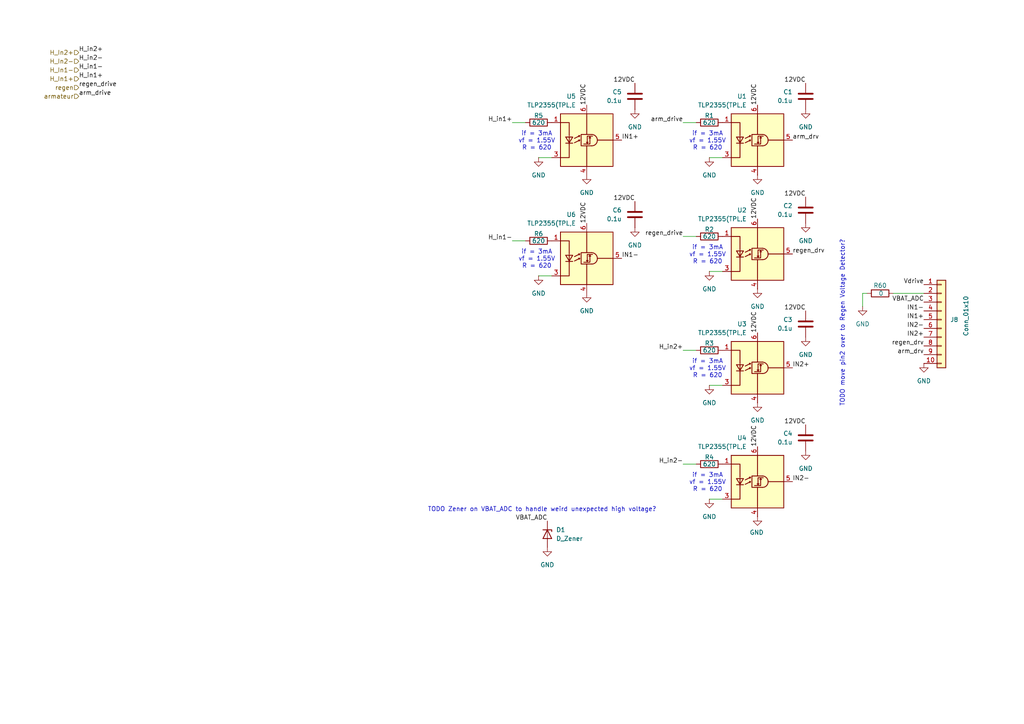
<source format=kicad_sch>
(kicad_sch (version 20250114) (generator "eeschema") (generator_version "9.0")
  (paper "A4")
  (lib_symbols
    (symbol "Connector_Generic:Conn_01x10" (pin_names (offset 1.016) (hide yes))
      (property "Reference" "J" (at 0 12.7 0))
      (property "Value" "Conn_01x10" (at 0 -15.24 0))
      (symbol "Conn_01x10_1_1"
        (rectangle (start -1.27 11.43) (end 1.27 -13.97) (stroke (width 0.254)) (fill (type background)))
        (rectangle (start -1.27 10.287) (end 0 10.033) (stroke (width 0.1524)))
        (rectangle (start -1.27 7.747) (end 0 7.493) (stroke (width 0.1524)))
        (rectangle (start -1.27 5.207) (end 0 4.953) (stroke (width 0.1524)))
        (rectangle (start -1.27 2.667) (end 0 2.413) (stroke (width 0.1524)))
        (rectangle (start -1.27 0.127) (end 0 -0.127) (stroke (width 0.1524)))
        (rectangle (start -1.27 -2.413) (end 0 -2.667) (stroke (width 0.1524)))
        (rectangle (start -1.27 -4.953) (end 0 -5.207) (stroke (width 0.1524)))
        (rectangle (start -1.27 -7.493) (end 0 -7.747) (stroke (width 0.1524)))
        (rectangle (start -1.27 -10.033) (end 0 -10.287) (stroke (width 0.1524)))
        (rectangle (start -1.27 -12.573) (end 0 -12.827) (stroke (width 0.1524)))
        (pin passive line (at -5.08 10.16 0) (length 3.81) (name "Pin_1") (number "1"))
        (pin passive line (at -5.08 7.62 0) (length 3.81) (name "Pin_2") (number "2"))
        (pin passive line (at -5.08 5.08 0) (length 3.81) (name "Pin_3") (number "3"))
        (pin passive line (at -5.08 2.54 0) (length 3.81) (name "Pin_4") (number "4"))
        (pin passive line (at -5.08 0 0) (length 3.81) (name "Pin_5") (number "5"))
        (pin passive line (at -5.08 -2.54 0) (length 3.81) (name "Pin_6") (number "6"))
        (pin passive line (at -5.08 -5.08 0) (length 3.81) (name "Pin_7") (number "7"))
        (pin passive line (at -5.08 -7.62 0) (length 3.81) (name "Pin_8") (number "8"))
        (pin passive line (at -5.08 -10.16 0) (length 3.81) (name "Pin_9") (number "9"))
        (pin passive line (at -5.08 -12.7 0) (length 3.81) (name "Pin_10") (number "10"))
      )
    )
    (symbol "Device:C" (pin_numbers (hide yes)) (pin_names (offset 0.254))
      (property "Reference" "C" (at 0.635 2.54 0))
      (property "Value" "C" (at 0.635 -2.54 0))
      (symbol "C_0_1"
        (polyline (pts (xy -2.032 0.762) (xy 2.032 0.762)) (stroke (width 0.508)))
        (polyline (pts (xy -2.032 -0.762) (xy 2.032 -0.762)) (stroke (width 0.508)))
      )
      (symbol "C_1_1"
        (pin passive line (at 0 3.81 270) (length 2.794) (name "~") (number "1"))
        (pin passive line (at 0 -3.81 90) (length 2.794) (name "~") (number "2"))
      )
    )
    (symbol "Device:D_Zener" (pin_numbers (hide yes)) (pin_names (offset 1.016) (hide yes))
      (property "Reference" "D" (at 0 2.54 0))
      (property "Value" "D_Zener" (at 0 -2.54 0))
      (symbol "D_Zener_0_1"
        (polyline (pts (xy -1.27 -1.27) (xy -1.27 1.27) (xy -0.762 1.27)) (stroke (width 0.254)))
        (polyline (pts (xy 1.27 0) (xy -1.27 0)))
        (polyline (pts (xy 1.27 -1.27) (xy 1.27 1.27) (xy -1.27 0) (xy 1.27 -1.27)) (stroke (width 0.254)))
      )
      (symbol "D_Zener_1_1"
        (pin passive line (at -3.81 0 0) (length 2.54) (name "K") (number "1"))
        (pin passive line (at 3.81 0 180) (length 2.54) (name "A") (number "2"))
      )
    )
    (symbol "Device:R" (pin_numbers (hide yes)) (pin_names (offset 0))
      (property "Reference" "R" (at 2.032 0 90))
      (property "Value" "R" (at 0 0 90))
      (symbol "R_0_1"
        (rectangle (start -1.016 -2.54) (end 1.016 2.54) (stroke (width 0.254)))
      )
      (symbol "R_1_1"
        (pin passive line (at 0 3.81 270) (length 1.27) (name "~") (number "1"))
        (pin passive line (at 0 -3.81 90) (length 1.27) (name "~") (number "2"))
      )
    )
    (symbol "Isolator:TLP2310" (pin_names (offset 1.016) (hide yes))
      (property "Reference" "U" (at -7.112 8.89 0))
      (property "Value" "TLP2310" (at 1.016 9.144 0))
      (symbol "TLP2310_0_1"
        (rectangle (start -7.62 7.62) (end 7.62 -7.62) (stroke (width 0.254)) (fill (type background)))
        (polyline (pts (xy -7.62 -5.08) (xy -5.08 -5.08) (xy -5.08 -1.27)) (stroke (width 0.254)))
        (polyline (pts (xy -6.096 0.889) (xy -4.064 0.889) (xy -5.08 -0.762) (xy -6.096 0.889)) (stroke (width 0.254)))
        (polyline (pts (xy -6.096 -0.889) (xy -4.064 -0.889)) (stroke (width 0.254)))
        (polyline (pts (xy -5.08 1.27) (xy -5.08 5.08) (xy -7.62 5.08)) (stroke (width 0.254)))
        (polyline (pts (xy -5.08 1.016) (xy -5.08 -0.762)) (stroke (width 0.254)))
        (polyline (pts (xy -5.08 -1.27) (xy -5.08 -0.9144)) (stroke (width 0.254)))
        (polyline (pts (xy -3.556 0.508) (xy -2.032 1.27)) (stroke (width 0.254)))
        (polyline (pts (xy -3.556 -0.762) (xy -2.032 0)) (stroke (width 0.254)))
        (polyline (pts (xy -2.032 1.27) (xy -2.3368 1.3208)) (stroke (width 0.254)))
        (polyline (pts (xy -2.032 1.27) (xy -2.1844 0.9652)) (stroke (width 0.254)))
        (polyline (pts (xy -2.032 0) (xy -2.3368 0.0508)) (stroke (width 0.254)))
        (polyline (pts (xy -2.032 0) (xy -2.1844 -0.3048)) (stroke (width 0.254)))
        (polyline (pts (xy 0 7.5946) (xy 0 1.7018)) (stroke (width 0.254)))
        (polyline (pts (xy 0 -7.62) (xy 0 -1.651)) (stroke (width 0.254)))
        (polyline (pts (xy 0.1524 -0.889) (xy -0.1016 -0.635) (xy 0.4064 -0.635)) (stroke (width 0.254)))
        (polyline (pts (xy 0.9144 0.889) (xy 0.9144 -1.143) (xy -0.8636 -1.143)) (stroke (width 0.254)))
        (polyline (pts (xy 0.9144 0.889) (xy 0.6604 0.635) (xy 1.1684 0.635) (xy 0.9144 0.889)) (stroke (width 0.254)))
        (arc (start 1.4224 1.651) (mid 2.5738 1.1514) (end 3.0734 0) (stroke (width 0.254)))
        (polyline (pts (xy 1.4224 1.651) (xy -1.6256 1.651) (xy -1.6256 -1.651) (xy 1.4224 -1.651)) (stroke (width 0.254)))
        (arc (start 3.0734 0) (mid 2.6076 -1.1853) (end 1.4224 -1.651) (stroke (width 0.254)))
        (polyline (pts (xy 1.6764 1.143) (xy 0.1524 1.143) (xy 0.1524 -0.889) (xy 0.4064 -0.635)) (stroke (width 0.254)))
        (polyline (pts (xy 7.5946 0) (xy 3.0734 0)) (stroke (width 0.254)))
      )
      (symbol "TLP2310_1_1"
        (pin passive line (at -10.16 5.08 0) (length 2.54) (name "A") (number "1"))
        (pin passive line (at -10.16 -5.08 0) (length 2.54) (name "K") (number "3"))
        (pin power_in line (at 0 10.16 270) (length 2.54) (name "VDD") (number "6"))
        (pin power_in line (at 0 -10.16 90) (length 2.54) (name "GND") (number "4"))
        (pin output line (at 10.16 0 180) (length 2.54) (name "VO") (number "5"))
      )
    )
    (symbol "power:GND" (power) (pin_numbers (hide yes)) (pin_names (offset 0) (hide yes))
      (property "Value" "GND" (at 0 -3.81 0))
      (symbol "GND_0_1"
        (polyline (pts (xy 0 0) (xy 0 -1.27) (xy 1.27 -1.27) (xy 0 -2.54) (xy -1.27 -1.27) (xy 0 -1.27)))
      )
      (symbol "GND_1_1"
        (pin power_in line (at 0 0 270) (length 0) (name "~") (number "1"))
      )
    )
  )
  (text "TODO move pin2 over to Regen Voltage Detector?" (at 244.348 93.726 90) (effects (font (size 1.27 1.27))))
  (text "if = 3mA\nvf = 1.55V\nR = 620" (at 205.232 139.954 0) (effects (font (size 1.27 1.27))))
  (text "if = 3mA\nvf = 1.55V\nR = 620" (at 205.232 73.914 0) (effects (font (size 1.27 1.27))))
  (text "if = 3mA\nvf = 1.55V\nR = 620" (at 155.702 40.894 0) (effects (font (size 1.27 1.27))))
  (text "TODO Zener on VBAT_ADC to handle weird unexpected high voltage?" (at 157.226 147.828 0) (effects (font (size 1.27 1.27))))
  (text "if = 3mA\nvf = 1.55V\nR = 620" (at 205.232 106.934 0) (effects (font (size 1.27 1.27))))
  (text "if = 3mA\nvf = 1.55V\nR = 620" (at 155.702 75.184 0) (effects (font (size 1.27 1.27))))
  (text "if = 3mA\nvf = 1.55V\nR = 620" (at 205.232 40.894 0) (effects (font (size 1.27 1.27))))
  (wire (pts (xy 209.55 45.72) (xy 205.74 45.72)))
  (wire (pts (xy 250.19 88.9) (xy 250.19 85.09)))
  (wire (pts (xy 209.55 111.76) (xy 205.74 111.76)))
  (wire (pts (xy 160.02 80.01) (xy 156.21 80.01)))
  (wire (pts (xy 152.4 69.85) (xy 148.59 69.85)))
  (wire (pts (xy 160.02 45.72) (xy 156.21 45.72)))
  (wire (pts (xy 209.55 144.78) (xy 205.74 144.78)))
  (wire (pts (xy 201.93 68.58) (xy 198.12 68.58)))
  (wire (pts (xy 250.19 85.09) (xy 251.46 85.09)))
  (wire (pts (xy 201.93 101.6) (xy 198.12 101.6)))
  (wire (pts (xy 259.08 85.09) (xy 267.97 85.09)))
  (wire (pts (xy 201.93 134.62) (xy 198.12 134.62)))
  (wire (pts (xy 152.4 35.56) (xy 148.59 35.56)))
  (wire (pts (xy 209.55 78.74) (xy 205.74 78.74)))
  (wire (pts (xy 201.93 35.56) (xy 198.12 35.56)))
  (label "H_in1-" (at 22.86 20.32 0))
  (label "IN1+" (at 180.34 40.64 0))
  (label "H_in2+" (at 22.86 15.24 0))
  (label "arm_drv" (at 229.87 40.64 0))
  (label "Vdrive" (at 267.97 82.55 180))
  (label "12VDC" (at 184.15 24.13 180))
  (label "IN1-" (at 267.97 90.17 180))
  (label "arm_drive" (at 198.12 35.56 180))
  (label "H_in1-" (at 148.59 69.85 180))
  (label "IN1-" (at 180.34 74.93 0))
  (label "H_in2-" (at 22.86 17.78 0))
  (label "H_in2+" (at 198.12 101.6 180))
  (label "regen_drive" (at 22.86 25.4 0))
  (label "12VDC" (at 219.71 96.52 90))
  (label "IN2-" (at 267.97 95.25 180))
  (label "12VDC" (at 233.68 90.17 180))
  (label "regen_drv" (at 229.87 73.66 0))
  (label "12VDC" (at 233.68 24.13 180))
  (label "IN2-" (at 229.87 139.7 0))
  (label "arm_drive" (at 22.86 27.94 0))
  (label "VBAT_ADC" (at 158.75 151.13 180))
  (label "VBAT_ADC" (at 267.97 87.63 180))
  (label "12VDC" (at 219.71 30.48 90))
  (label "12VDC" (at 170.18 64.77 90))
  (label "H_in2-" (at 198.12 134.62 180))
  (label "IN2+" (at 267.97 97.79 180))
  (label "IN2+" (at 229.87 106.68 0))
  (label "12VDC" (at 170.18 30.48 90))
  (label "12VDC" (at 184.15 58.42 180))
  (label "H_in1+" (at 22.86 22.86 0))
  (label "IN1+" (at 267.97 92.71 180))
  (label "12VDC" (at 233.68 123.19 180))
  (label "regen_drive" (at 198.12 68.58 180))
  (label "12VDC" (at 219.71 129.54 90))
  (label "12VDC" (at 233.68 57.15 180))
  (label "regen_drv" (at 267.97 100.33 180))
  (label "H_in1+" (at 148.59 35.56 180))
  (label "12VDC" (at 219.71 63.5 90))
  (label "arm_drv" (at 267.97 102.87 180))
  (hierarchical_label "H_In1-" (shape input) (at 22.86 20.32 180))
  (hierarchical_label "regen" (shape input) (at 22.86 25.4 180))
  (hierarchical_label "H_In2-" (shape input) (at 22.86 17.78 180))
  (hierarchical_label "H_In2+" (shape input) (at 22.86 15.24 180))
  (hierarchical_label "H_In1+" (shape input) (at 22.86 22.86 180))
  (hierarchical_label "armateur" (shape input) (at 22.86 27.94 180))
  (symbol (lib_id "power:GND") (at 233.68 130.81 0) (mirror y) (unit 1)
    (property "Reference" "#PWR014" (effects (hide yes)))
    (property "Value" "GND" (at 233.68 135.89 0))
    (property "Description" "Power symbol creates a global label with name \"GND\" , ground" (effects (hide yes)))
  )
  (symbol (lib_id "power:GND") (at 233.68 31.75 0) (mirror y) (unit 1)
    (property "Reference" "#PWR06" (effects (hide yes)))
    (property "Value" "GND" (at 233.68 36.83 0))
    (property "Description" "Power symbol creates a global label with name \"GND\" , ground" (effects (hide yes)))
  )
  (symbol (lib_id "Device:C") (at 233.68 127 0) (mirror y) (unit 1)
    (property "Reference" "C4" (at 229.87 125.7299 0) (effects (justify left)))
    (property "Value" "0.1u" (at 229.87 128.2699 0) (effects (justify left)))
    (property "Footprint" "Capacitor_SMD:C_0402_1005Metric_Pad0.74x0.62mm_HandSolder" (effects (hide yes)))
    (property "Description" "Unpolarized capacitor" (effects (hide yes)))
  )
  (symbol (lib_id "Isolator:TLP2310") (at 219.71 106.68 0) (unit 1)
    (property "Reference" "U3" (at 216.5919 93.98 0) (effects (justify right)))
    (property "Value" "TLP2355(TPL,E" (at 216.5919 96.52 0) (effects (justify right)))
    (property "Footprint" "Package_SO:SO-5-6_4.55x3.7mm_P1.27mm" (effects (hide yes)))
    (property "Description" "TLP2355(TPL,E" (effects (hide yes)))
  )
  (symbol (lib_id "Device:R") (at 205.74 68.58 90) (mirror x) (unit 1)
    (property "Reference" "R2" (at 205.74 66.548 90))
    (property "Value" "620" (at 205.74 68.58 90))
    (property "Footprint" "Resistor_SMD:R_0402_1005Metric_Pad0.72x0.64mm_HandSolder" (effects (hide yes)))
    (property "Description" "Resistor" (effects (hide yes)))
  )
  (symbol (lib_id "power:GND") (at 205.74 45.72 0) (mirror y) (unit 1)
    (property "Reference" "#PWR05" (effects (hide yes)))
    (property "Value" "GND" (at 205.74 50.8 0))
    (property "Description" "Power symbol creates a global label with name \"GND\" , ground" (effects (hide yes)))
  )
  (symbol (lib_id "Isolator:TLP2310") (at 219.71 40.64 0) (unit 1)
    (property "Reference" "U1" (at 216.5919 27.94 0) (effects (justify right)))
    (property "Value" "TLP2355(TPL,E" (at 216.5919 30.48 0) (effects (justify right)))
    (property "Footprint" "Package_SO:SO-5-6_4.55x3.7mm_P1.27mm" (effects (hide yes)))
    (property "Description" "TLP2355(TPL,E" (effects (hide yes)))
  )
  (symbol (lib_id "Isolator:TLP2310") (at 170.18 40.64 0) (unit 1)
    (property "Reference" "U5" (at 167.0619 27.94 0) (effects (justify right)))
    (property "Value" "TLP2355(TPL,E" (at 167.0619 30.48 0) (effects (justify right)))
    (property "Footprint" "Package_SO:SO-5-6_4.55x3.7mm_P1.27mm" (effects (hide yes)))
    (property "Description" "TLP2355(TPL,E" (effects (hide yes)))
  )
  (symbol (lib_id "Isolator:TLP2310") (at 170.18 74.93 0) (unit 1)
    (property "Reference" "U6" (at 167.0619 62.23 0) (effects (justify right)))
    (property "Value" "TLP2355(TPL,E" (at 167.0619 64.77 0) (effects (justify right)))
    (property "Footprint" "Package_SO:SO-5-6_4.55x3.7mm_P1.27mm" (effects (hide yes)))
    (property "Description" "TLP2355(TPL,E" (effects (hide yes)))
  )
  (symbol (lib_id "Device:R") (at 255.27 85.09 90) (unit 1)
    (property "Reference" "R60" (at 255.27 82.804 90))
    (property "Value" "0" (at 255.524 85.09 90))
    (property "Description" "Resistor" (effects (hide yes)))
  )
  (symbol (lib_id "Device:C") (at 184.15 62.23 0) (mirror y) (unit 1)
    (property "Reference" "C6" (at 180.34 60.9599 0) (effects (justify left)))
    (property "Value" "0.1u" (at 180.34 63.4999 0) (effects (justify left)))
    (property "Footprint" "Capacitor_SMD:C_0402_1005Metric_Pad0.74x0.62mm_HandSolder" (effects (hide yes)))
    (property "Description" "Unpolarized capacitor" (effects (hide yes)))
  )
  (symbol (lib_id "power:GND") (at 205.74 78.74 0) (mirror y) (unit 1)
    (property "Reference" "#PWR010" (effects (hide yes)))
    (property "Value" "GND" (at 205.74 83.82 0))
    (property "Description" "Power symbol creates a global label with name \"GND\" , ground" (effects (hide yes)))
  )
  (symbol (lib_id "Isolator:TLP2310") (at 219.71 139.7 0) (unit 1)
    (property "Reference" "U4" (at 216.5919 127 0) (effects (justify right)))
    (property "Value" "TLP2355(TPL,E" (at 216.5919 129.54 0) (effects (justify right)))
    (property "Footprint" "Package_SO:SO-5-6_4.55x3.7mm_P1.27mm" (effects (hide yes)))
    (property "Description" "TLP2355(TPL,E" (effects (hide yes)))
  )
  (symbol (lib_id "power:GND") (at 233.68 97.79 0) (mirror y) (unit 1)
    (property "Reference" "#PWR011" (effects (hide yes)))
    (property "Value" "GND" (at 233.68 102.87 0))
    (property "Description" "Power symbol creates a global label with name \"GND\" , ground" (effects (hide yes)))
  )
  (symbol (lib_id "power:GND") (at 170.18 50.8 0) (mirror y) (unit 1)
    (property "Reference" "#PWR018" (effects (hide yes)))
    (property "Value" "GND" (at 170.18 55.88 0))
    (property "Description" "Power symbol creates a global label with name \"GND\" , ground" (effects (hide yes)))
  )
  (symbol (lib_id "Device:C") (at 233.68 60.96 0) (mirror y) (unit 1)
    (property "Reference" "C2" (at 229.87 59.6899 0) (effects (justify left)))
    (property "Value" "0.1u" (at 229.87 62.2299 0) (effects (justify left)))
    (property "Footprint" "Capacitor_SMD:C_0402_1005Metric_Pad0.74x0.62mm_HandSolder" (effects (hide yes)))
    (property "Description" "Unpolarized capacitor" (effects (hide yes)))
  )
  (symbol (lib_id "Isolator:TLP2310") (at 219.71 73.66 0) (unit 1)
    (property "Reference" "U2" (at 216.5919 60.96 0) (effects (justify right)))
    (property "Value" "TLP2355(TPL,E" (at 216.5919 63.5 0) (effects (justify right)))
    (property "Footprint" "Package_SO:SO-5-6_4.55x3.7mm_P1.27mm" (effects (hide yes)))
    (property "Description" "TLP2355(TPL,E" (effects (hide yes)))
  )
  (symbol (lib_id "power:GND") (at 156.21 45.72 0) (mirror y) (unit 1)
    (property "Reference" "#PWR019" (effects (hide yes)))
    (property "Value" "GND" (at 156.21 50.8 0))
    (property "Description" "Power symbol creates a global label with name \"GND\" , ground" (effects (hide yes)))
  )
  (symbol (lib_id "power:GND") (at 219.71 149.86 0) (mirror y) (unit 1)
    (property "Reference" "#PWR015" (effects (hide yes)))
    (property "Value" "GND" (at 219.456 154.432 0))
    (property "Description" "Power symbol creates a global label with name \"GND\" , ground" (effects (hide yes)))
  )
  (symbol (lib_id "power:GND") (at 250.19 88.9 0) (unit 1)
    (property "Reference" "#PWR037" (effects (hide yes)))
    (property "Value" "GND" (at 250.19 93.98 0))
    (property "Description" "Power symbol creates a global label with name \"GND\" , ground" (effects (hide yes)))
  )
  (symbol (lib_id "Device:R") (at 205.74 101.6 90) (mirror x) (unit 1)
    (property "Reference" "R3" (at 205.74 99.568 90))
    (property "Value" "620" (at 205.74 101.6 90))
    (property "Footprint" "Resistor_SMD:R_0402_1005Metric_Pad0.72x0.64mm_HandSolder" (effects (hide yes)))
    (property "Description" "Resistor" (effects (hide yes)))
  )
  (symbol (lib_id "Device:C") (at 233.68 93.98 0) (mirror y) (unit 1)
    (property "Reference" "C3" (at 229.87 92.7099 0) (effects (justify left)))
    (property "Value" "0.1u" (at 229.87 95.2499 0) (effects (justify left)))
    (property "Footprint" "Capacitor_SMD:C_0402_1005Metric_Pad0.74x0.62mm_HandSolder" (effects (hide yes)))
    (property "Description" "Unpolarized capacitor" (effects (hide yes)))
  )
  (symbol (lib_id "power:GND") (at 184.15 66.04 0) (mirror y) (unit 1)
    (property "Reference" "#PWR020" (effects (hide yes)))
    (property "Value" "GND" (at 184.15 71.12 0))
    (property "Description" "Power symbol creates a global label with name \"GND\" , ground" (effects (hide yes)))
  )
  (symbol (lib_id "Device:C") (at 184.15 27.94 0) (mirror y) (unit 1)
    (property "Reference" "C5" (at 180.34 26.6699 0) (effects (justify left)))
    (property "Value" "0.1u" (at 180.34 29.2099 0) (effects (justify left)))
    (property "Footprint" "Capacitor_SMD:C_0402_1005Metric_Pad0.74x0.62mm_HandSolder" (effects (hide yes)))
    (property "Description" "Unpolarized capacitor" (effects (hide yes)))
  )
  (symbol (lib_id "power:GND") (at 205.74 111.76 0) (mirror y) (unit 1)
    (property "Reference" "#PWR013" (effects (hide yes)))
    (property "Value" "GND" (at 205.74 116.84 0))
    (property "Description" "Power symbol creates a global label with name \"GND\" , ground" (effects (hide yes)))
  )
  (symbol (lib_id "power:GND") (at 205.74 144.78 0) (mirror y) (unit 1)
    (property "Reference" "#PWR016" (effects (hide yes)))
    (property "Value" "GND" (at 205.74 149.86 0))
    (property "Description" "Power symbol creates a global label with name \"GND\" , ground" (effects (hide yes)))
  )
  (symbol (lib_id "Device:R") (at 156.21 69.85 90) (mirror x) (unit 1)
    (property "Reference" "R6" (at 156.21 67.818 90))
    (property "Value" "620" (at 156.21 69.85 90))
    (property "Footprint" "Resistor_SMD:R_0402_1005Metric_Pad0.72x0.64mm_HandSolder" (effects (hide yes)))
    (property "Description" "Resistor" (effects (hide yes)))
  )
  (symbol (lib_id "power:GND") (at 219.71 50.8 0) (mirror y) (unit 1)
    (property "Reference" "#PWR07" (effects (hide yes)))
    (property "Value" "GND" (at 219.71 55.88 0))
    (property "Description" "Power symbol creates a global label with name \"GND\" , ground" (effects (hide yes)))
  )
  (symbol (lib_id "power:GND") (at 219.71 116.84 0) (mirror y) (unit 1)
    (property "Reference" "#PWR012" (effects (hide yes)))
    (property "Value" "GND" (at 219.71 121.92 0))
    (property "Description" "Power symbol creates a global label with name \"GND\" , ground" (effects (hide yes)))
  )
  (symbol (lib_id "power:GND") (at 156.21 80.01 0) (mirror y) (unit 1)
    (property "Reference" "#PWR022" (effects (hide yes)))
    (property "Value" "GND" (at 156.21 85.09 0))
    (property "Description" "Power symbol creates a global label with name \"GND\" , ground" (effects (hide yes)))
  )
  (symbol (lib_id "Device:R") (at 205.74 134.62 90) (mirror x) (unit 1)
    (property "Reference" "R4" (at 205.74 132.588 90))
    (property "Value" "620" (at 205.74 134.62 90))
    (property "Footprint" "Resistor_SMD:R_0402_1005Metric_Pad0.72x0.64mm_HandSolder" (effects (hide yes)))
    (property "Description" "Resistor" (effects (hide yes)))
  )
  (symbol (lib_id "Device:D_Zener") (at 158.75 154.94 270) (unit 1)
    (property "Reference" "D1" (at 161.29 153.6699 90) (effects (justify left)))
    (property "Value" "D_Zener" (at 161.29 156.2099 90) (effects (justify left)))
    (property "Description" "Zener diode" (effects (hide yes)))
  )
  (symbol (lib_id "power:GND") (at 158.75 158.75 0) (unit 1)
    (property "Reference" "#PWR02" (effects (hide yes)))
    (property "Value" "GND" (at 158.75 163.83 0))
    (property "Description" "Power symbol creates a global label with name \"GND\" , ground" (effects (hide yes)))
  )
  (symbol (lib_id "power:GND") (at 184.15 31.75 0) (mirror y) (unit 1)
    (property "Reference" "#PWR017" (effects (hide yes)))
    (property "Value" "GND" (at 184.15 36.83 0))
    (property "Description" "Power symbol creates a global label with name \"GND\" , ground" (effects (hide yes)))
  )
  (symbol (lib_id "Connector_Generic:Conn_01x10") (at 273.05 92.71 0) (unit 1)
    (property "Reference" "J8" (at 275.59 92.7099 0) (effects (justify left)))
    (property "Value" "Conn_01x10" (at 280.162 97.536 90) (effects (justify left)))
    (property "Description" "Generic connector, single row, 01x10, script generated (kicad-library-utils/schlib/autogen/connector/)" (effects (hide yes)))
  )
  (symbol (lib_id "Device:C") (at 233.68 27.94 0) (mirror y) (unit 1)
    (property "Reference" "C1" (at 229.87 26.6699 0) (effects (justify left)))
    (property "Value" "0.1u" (at 229.87 29.2099 0) (effects (justify left)))
    (property "Footprint" "Capacitor_SMD:C_0402_1005Metric_Pad0.74x0.62mm_HandSolder" (effects (hide yes)))
    (property "Description" "Unpolarized capacitor" (effects (hide yes)))
  )
  (symbol (lib_id "Device:R") (at 156.21 35.56 90) (mirror x) (unit 1)
    (property "Reference" "R5" (at 156.21 33.528 90))
    (property "Value" "620" (at 156.21 35.56 90))
    (property "Footprint" "Resistor_SMD:R_0402_1005Metric_Pad0.72x0.64mm_HandSolder" (effects (hide yes)))
    (property "Description" "Resistor" (effects (hide yes)))
  )
  (symbol (lib_id "power:GND") (at 233.68 64.77 0) (mirror y) (unit 1)
    (property "Reference" "#PWR08" (effects (hide yes)))
    (property "Value" "GND" (at 233.68 69.85 0))
    (property "Description" "Power symbol creates a global label with name \"GND\" , ground" (effects (hide yes)))
  )
  (symbol (lib_id "power:GND") (at 170.18 85.09 0) (mirror y) (unit 1)
    (property "Reference" "#PWR021" (effects (hide yes)))
    (property "Value" "GND" (at 170.18 90.17 0))
    (property "Description" "Power symbol creates a global label with name \"GND\" , ground" (effects (hide yes)))
  )
  (symbol (lib_id "Device:R") (at 205.74 35.56 90) (mirror x) (unit 1)
    (property "Reference" "R1" (at 205.74 33.528 90))
    (property "Value" "620" (at 205.74 35.56 90))
    (property "Footprint" "Resistor_SMD:R_0402_1005Metric_Pad0.72x0.64mm_HandSolder" (effects (hide yes)))
    (property "Description" "Resistor" (effects (hide yes)))
  )
  (symbol (lib_id "power:GND") (at 219.71 83.82 0) (mirror y) (unit 1)
    (property "Reference" "#PWR09" (effects (hide yes)))
    (property "Value" "GND" (at 219.71 88.9 0))
    (property "Description" "Power symbol creates a global label with name \"GND\" , ground" (effects (hide yes)))
  )
  (symbol (lib_id "power:GND") (at 267.97 105.41 0) (unit 1)
    (property "Reference" "#PWR01" (effects (hide yes)))
    (property "Value" "GND" (at 267.97 110.49 0))
    (property "Description" "Power symbol creates a global label with name \"GND\" , ground" (effects (hide yes)))
  )
)
</source>
